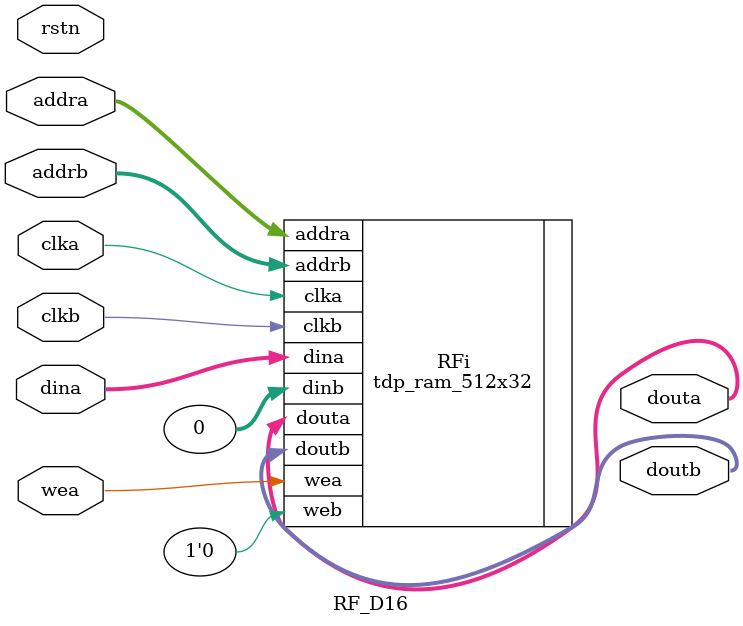
<source format=v>

module RF_D16 (clka,
               rstn,
               wea,
               addra,
               dina,
               douta,
               clkb,
               addrb,
               doutb);

input clka;
input rstn;
input [0:0] wea;
input [8:0] addra;
input [31:0] dina;
output [31:0] douta;
input clkb;
input [8:0] addrb;
output [31:0] doutb;

// for debugging:
reg [31:0] rf [511:0];
integer i;

always @ (posedge clka)
if (~rstn)
   for (i = 0; i < 512; i = i + 1) rf[i] <= 0;
else
if (wea)
   rf[addra] <= dina;

tdp_ram_512x32 RFi (.clka(clka),
                    .wea(wea),
                    .addra(addra),
                    .dina(dina),
                    .douta(douta),
                    .clkb(clkb),
                    .web(1'b0),
                    .addrb(addrb),
                    .dinb(0),
                    .doutb(doutb));


endmodule

</source>
